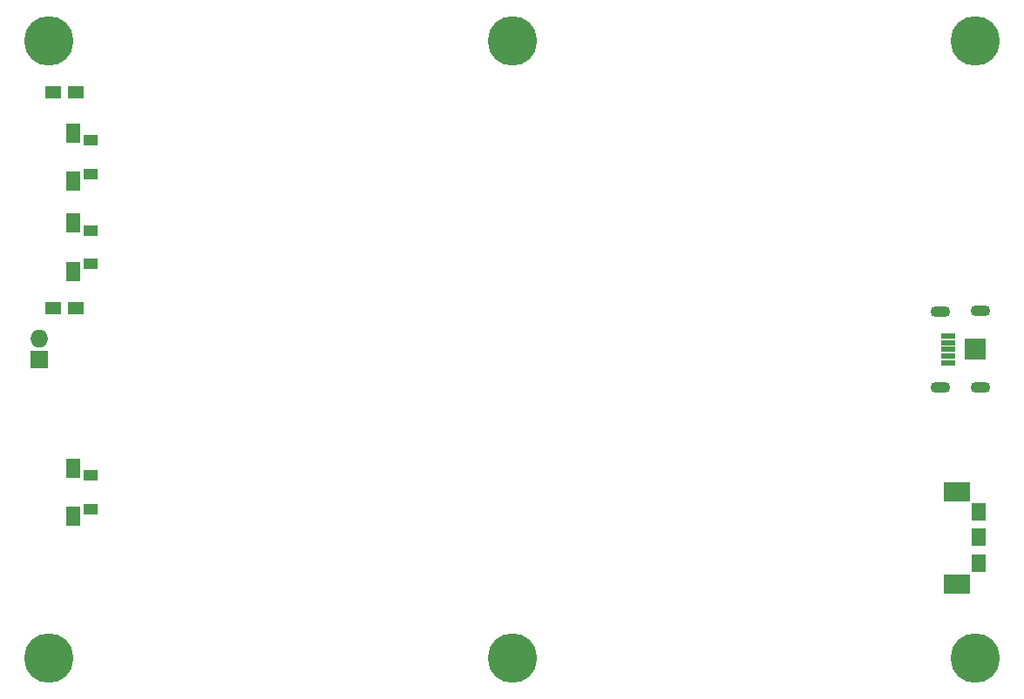
<source format=gbr>
G04 #@! TF.FileFunction,Soldermask,Bot*
%FSLAX46Y46*%
G04 Gerber Fmt 4.6, Leading zero omitted, Abs format (unit mm)*
G04 Created by KiCad (PCBNEW 4.0.7) date Wed May  2 17:40:28 2018*
%MOMM*%
%LPD*%
G01*
G04 APERTURE LIST*
%ADD10C,0.100000*%
%ADD11C,4.800000*%
%ADD12R,2.550000X1.900000*%
%ADD13R,1.400000X1.800000*%
%ADD14R,1.400000X1.700000*%
%ADD15R,1.750000X1.750000*%
%ADD16O,1.750000X1.750000*%
%ADD17R,1.400000X1.000000*%
%ADD18R,1.400000X1.950000*%
%ADD19O,1.900000X1.100000*%
%ADD20R,2.100000X2.100000*%
%ADD21R,1.450000X0.500000*%
%ADD22R,1.600000X1.300000*%
G04 APERTURE END LIST*
D10*
D11*
X176900000Y-103800000D03*
X221900000Y-43800000D03*
X266900000Y-43800000D03*
X221900000Y-103800000D03*
X266900000Y-103800000D03*
X176900000Y-43800000D03*
D12*
X265117919Y-87638069D03*
D13*
X267217919Y-94600000D03*
D12*
X265117919Y-96638069D03*
D14*
X267217919Y-92100000D03*
D13*
X267217919Y-89600000D03*
D15*
X175900000Y-74800000D03*
D16*
X175900000Y-72800000D03*
D17*
X180925000Y-89325000D03*
X180925000Y-86100000D03*
D18*
X179200000Y-85350000D03*
X179200000Y-90050000D03*
D19*
X263450000Y-70125000D03*
X263450000Y-77500000D03*
X267350000Y-70100000D03*
D20*
X266900000Y-73800000D03*
D19*
X267350000Y-77500000D03*
D21*
X264225000Y-72500000D03*
X264225000Y-73150000D03*
X264225000Y-73800000D03*
X264225000Y-74450000D03*
X264225000Y-75100000D03*
D22*
X177300000Y-48800000D03*
X179500000Y-48800000D03*
X177300000Y-69800000D03*
X179500000Y-69800000D03*
D17*
X180925000Y-56725000D03*
X180925000Y-53500000D03*
D18*
X179200000Y-52750000D03*
X179200000Y-57450000D03*
D17*
X180925000Y-65525000D03*
X180925000Y-62300000D03*
D18*
X179200000Y-61550000D03*
X179200000Y-66250000D03*
M02*

</source>
